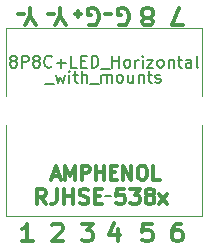
<source format=gbr>
G04 #@! TF.GenerationSoftware,KiCad,Pcbnew,(5.0.2)-1*
G04 #@! TF.CreationDate,2018-12-29T13:39:34-05:00*
G04 #@! TF.ProjectId,8P8C+LED_Horizontal_with_mounts,38503843-2b4c-4454-945f-486f72697a6f,rev?*
G04 #@! TF.SameCoordinates,Original*
G04 #@! TF.FileFunction,Legend,Top*
G04 #@! TF.FilePolarity,Positive*
%FSLAX46Y46*%
G04 Gerber Fmt 4.6, Leading zero omitted, Abs format (unit mm)*
G04 Created by KiCad (PCBNEW (5.0.2)-1) date 12/29/2018 1:39:34 PM*
%MOMM*%
%LPD*%
G01*
G04 APERTURE LIST*
%ADD10C,0.200000*%
%ADD11C,0.300000*%
%ADD12C,0.120000*%
G04 APERTURE END LIST*
D10*
X136120809Y-101639619D02*
X136882714Y-101639619D01*
X137025571Y-100877714D02*
X137216047Y-101544380D01*
X137406523Y-101068190D01*
X137597000Y-101544380D01*
X137787476Y-100877714D01*
X138168428Y-101544380D02*
X138168428Y-100877714D01*
X138168428Y-100544380D02*
X138120809Y-100592000D01*
X138168428Y-100639619D01*
X138216047Y-100592000D01*
X138168428Y-100544380D01*
X138168428Y-100639619D01*
X138501761Y-100877714D02*
X138882714Y-100877714D01*
X138644619Y-100544380D02*
X138644619Y-101401523D01*
X138692238Y-101496761D01*
X138787476Y-101544380D01*
X138882714Y-101544380D01*
X139216047Y-101544380D02*
X139216047Y-100544380D01*
X139644619Y-101544380D02*
X139644619Y-101020571D01*
X139597000Y-100925333D01*
X139501761Y-100877714D01*
X139358904Y-100877714D01*
X139263666Y-100925333D01*
X139216047Y-100972952D01*
X139882714Y-101639619D02*
X140644619Y-101639619D01*
X140882714Y-101544380D02*
X140882714Y-100877714D01*
X140882714Y-100972952D02*
X140930333Y-100925333D01*
X141025571Y-100877714D01*
X141168428Y-100877714D01*
X141263666Y-100925333D01*
X141311285Y-101020571D01*
X141311285Y-101544380D01*
X141311285Y-101020571D02*
X141358904Y-100925333D01*
X141454142Y-100877714D01*
X141597000Y-100877714D01*
X141692238Y-100925333D01*
X141739857Y-101020571D01*
X141739857Y-101544380D01*
X142358904Y-101544380D02*
X142263666Y-101496761D01*
X142216047Y-101449142D01*
X142168428Y-101353904D01*
X142168428Y-101068190D01*
X142216047Y-100972952D01*
X142263666Y-100925333D01*
X142358904Y-100877714D01*
X142501761Y-100877714D01*
X142597000Y-100925333D01*
X142644619Y-100972952D01*
X142692238Y-101068190D01*
X142692238Y-101353904D01*
X142644619Y-101449142D01*
X142597000Y-101496761D01*
X142501761Y-101544380D01*
X142358904Y-101544380D01*
X143549380Y-100877714D02*
X143549380Y-101544380D01*
X143120809Y-100877714D02*
X143120809Y-101401523D01*
X143168428Y-101496761D01*
X143263666Y-101544380D01*
X143406523Y-101544380D01*
X143501761Y-101496761D01*
X143549380Y-101449142D01*
X144025571Y-100877714D02*
X144025571Y-101544380D01*
X144025571Y-100972952D02*
X144073190Y-100925333D01*
X144168428Y-100877714D01*
X144311285Y-100877714D01*
X144406523Y-100925333D01*
X144454142Y-101020571D01*
X144454142Y-101544380D01*
X144787476Y-100877714D02*
X145168428Y-100877714D01*
X144930333Y-100544380D02*
X144930333Y-101401523D01*
X144977952Y-101496761D01*
X145073190Y-101544380D01*
X145168428Y-101544380D01*
X145454142Y-101496761D02*
X145549380Y-101544380D01*
X145739857Y-101544380D01*
X145835095Y-101496761D01*
X145882714Y-101401523D01*
X145882714Y-101353904D01*
X145835095Y-101258666D01*
X145739857Y-101211047D01*
X145597000Y-101211047D01*
X145501761Y-101163428D01*
X145454142Y-101068190D01*
X145454142Y-101020571D01*
X145501761Y-100925333D01*
X145597000Y-100877714D01*
X145739857Y-100877714D01*
X145835095Y-100925333D01*
X133335095Y-99702952D02*
X133239857Y-99655333D01*
X133192238Y-99607714D01*
X133144619Y-99512476D01*
X133144619Y-99464857D01*
X133192238Y-99369619D01*
X133239857Y-99322000D01*
X133335095Y-99274380D01*
X133525571Y-99274380D01*
X133620809Y-99322000D01*
X133668428Y-99369619D01*
X133716047Y-99464857D01*
X133716047Y-99512476D01*
X133668428Y-99607714D01*
X133620809Y-99655333D01*
X133525571Y-99702952D01*
X133335095Y-99702952D01*
X133239857Y-99750571D01*
X133192238Y-99798190D01*
X133144619Y-99893428D01*
X133144619Y-100083904D01*
X133192238Y-100179142D01*
X133239857Y-100226761D01*
X133335095Y-100274380D01*
X133525571Y-100274380D01*
X133620809Y-100226761D01*
X133668428Y-100179142D01*
X133716047Y-100083904D01*
X133716047Y-99893428D01*
X133668428Y-99798190D01*
X133620809Y-99750571D01*
X133525571Y-99702952D01*
X134144619Y-100274380D02*
X134144619Y-99274380D01*
X134525571Y-99274380D01*
X134620809Y-99322000D01*
X134668428Y-99369619D01*
X134716047Y-99464857D01*
X134716047Y-99607714D01*
X134668428Y-99702952D01*
X134620809Y-99750571D01*
X134525571Y-99798190D01*
X134144619Y-99798190D01*
X135287476Y-99702952D02*
X135192238Y-99655333D01*
X135144619Y-99607714D01*
X135097000Y-99512476D01*
X135097000Y-99464857D01*
X135144619Y-99369619D01*
X135192238Y-99322000D01*
X135287476Y-99274380D01*
X135477952Y-99274380D01*
X135573190Y-99322000D01*
X135620809Y-99369619D01*
X135668428Y-99464857D01*
X135668428Y-99512476D01*
X135620809Y-99607714D01*
X135573190Y-99655333D01*
X135477952Y-99702952D01*
X135287476Y-99702952D01*
X135192238Y-99750571D01*
X135144619Y-99798190D01*
X135097000Y-99893428D01*
X135097000Y-100083904D01*
X135144619Y-100179142D01*
X135192238Y-100226761D01*
X135287476Y-100274380D01*
X135477952Y-100274380D01*
X135573190Y-100226761D01*
X135620809Y-100179142D01*
X135668428Y-100083904D01*
X135668428Y-99893428D01*
X135620809Y-99798190D01*
X135573190Y-99750571D01*
X135477952Y-99702952D01*
X136668428Y-100179142D02*
X136620809Y-100226761D01*
X136477952Y-100274380D01*
X136382714Y-100274380D01*
X136239857Y-100226761D01*
X136144619Y-100131523D01*
X136097000Y-100036285D01*
X136049380Y-99845809D01*
X136049380Y-99702952D01*
X136097000Y-99512476D01*
X136144619Y-99417238D01*
X136239857Y-99322000D01*
X136382714Y-99274380D01*
X136477952Y-99274380D01*
X136620809Y-99322000D01*
X136668428Y-99369619D01*
X137097000Y-99893428D02*
X137858904Y-99893428D01*
X137477952Y-100274380D02*
X137477952Y-99512476D01*
X138811285Y-100274380D02*
X138335095Y-100274380D01*
X138335095Y-99274380D01*
X139144619Y-99750571D02*
X139477952Y-99750571D01*
X139620809Y-100274380D02*
X139144619Y-100274380D01*
X139144619Y-99274380D01*
X139620809Y-99274380D01*
X140049380Y-100274380D02*
X140049380Y-99274380D01*
X140287476Y-99274380D01*
X140430333Y-99322000D01*
X140525571Y-99417238D01*
X140573190Y-99512476D01*
X140620809Y-99702952D01*
X140620809Y-99845809D01*
X140573190Y-100036285D01*
X140525571Y-100131523D01*
X140430333Y-100226761D01*
X140287476Y-100274380D01*
X140049380Y-100274380D01*
X140811285Y-100369619D02*
X141573190Y-100369619D01*
X141811285Y-100274380D02*
X141811285Y-99274380D01*
X141811285Y-99750571D02*
X142382714Y-99750571D01*
X142382714Y-100274380D02*
X142382714Y-99274380D01*
X143001761Y-100274380D02*
X142906523Y-100226761D01*
X142858904Y-100179142D01*
X142811285Y-100083904D01*
X142811285Y-99798190D01*
X142858904Y-99702952D01*
X142906523Y-99655333D01*
X143001761Y-99607714D01*
X143144619Y-99607714D01*
X143239857Y-99655333D01*
X143287476Y-99702952D01*
X143335095Y-99798190D01*
X143335095Y-100083904D01*
X143287476Y-100179142D01*
X143239857Y-100226761D01*
X143144619Y-100274380D01*
X143001761Y-100274380D01*
X143763666Y-100274380D02*
X143763666Y-99607714D01*
X143763666Y-99798190D02*
X143811285Y-99702952D01*
X143858904Y-99655333D01*
X143954142Y-99607714D01*
X144049380Y-99607714D01*
X144382714Y-100274380D02*
X144382714Y-99607714D01*
X144382714Y-99274380D02*
X144335095Y-99322000D01*
X144382714Y-99369619D01*
X144430333Y-99322000D01*
X144382714Y-99274380D01*
X144382714Y-99369619D01*
X144763666Y-99607714D02*
X145287476Y-99607714D01*
X144763666Y-100274380D01*
X145287476Y-100274380D01*
X145811285Y-100274380D02*
X145716047Y-100226761D01*
X145668428Y-100179142D01*
X145620809Y-100083904D01*
X145620809Y-99798190D01*
X145668428Y-99702952D01*
X145716047Y-99655333D01*
X145811285Y-99607714D01*
X145954142Y-99607714D01*
X146049380Y-99655333D01*
X146097000Y-99702952D01*
X146144619Y-99798190D01*
X146144619Y-100083904D01*
X146097000Y-100179142D01*
X146049380Y-100226761D01*
X145954142Y-100274380D01*
X145811285Y-100274380D01*
X146573190Y-99607714D02*
X146573190Y-100274380D01*
X146573190Y-99702952D02*
X146620809Y-99655333D01*
X146716047Y-99607714D01*
X146858904Y-99607714D01*
X146954142Y-99655333D01*
X147001761Y-99750571D01*
X147001761Y-100274380D01*
X147335095Y-99607714D02*
X147716047Y-99607714D01*
X147477952Y-99274380D02*
X147477952Y-100131523D01*
X147525571Y-100226761D01*
X147620809Y-100274380D01*
X147716047Y-100274380D01*
X148477952Y-100274380D02*
X148477952Y-99750571D01*
X148430333Y-99655333D01*
X148335095Y-99607714D01*
X148144619Y-99607714D01*
X148049380Y-99655333D01*
X148477952Y-100226761D02*
X148382714Y-100274380D01*
X148144619Y-100274380D01*
X148049380Y-100226761D01*
X148001761Y-100131523D01*
X148001761Y-100036285D01*
X148049380Y-99941047D01*
X148144619Y-99893428D01*
X148382714Y-99893428D01*
X148477952Y-99845809D01*
X149097000Y-100274380D02*
X149001761Y-100226761D01*
X148954142Y-100131523D01*
X148954142Y-99274380D01*
X141224000Y-111125000D02*
X141732000Y-111125000D01*
D11*
X142817238Y-110540095D02*
X142198190Y-110540095D01*
X142136285Y-111159142D01*
X142198190Y-111097238D01*
X142322000Y-111035333D01*
X142631523Y-111035333D01*
X142755333Y-111097238D01*
X142817238Y-111159142D01*
X142879142Y-111282952D01*
X142879142Y-111592476D01*
X142817238Y-111716285D01*
X142755333Y-111778190D01*
X142631523Y-111840095D01*
X142322000Y-111840095D01*
X142198190Y-111778190D01*
X142136285Y-111716285D01*
X143312476Y-110540095D02*
X144117238Y-110540095D01*
X143683904Y-111035333D01*
X143869619Y-111035333D01*
X143993428Y-111097238D01*
X144055333Y-111159142D01*
X144117238Y-111282952D01*
X144117238Y-111592476D01*
X144055333Y-111716285D01*
X143993428Y-111778190D01*
X143869619Y-111840095D01*
X143498190Y-111840095D01*
X143374380Y-111778190D01*
X143312476Y-111716285D01*
X144860095Y-111097238D02*
X144736285Y-111035333D01*
X144674380Y-110973428D01*
X144612476Y-110849619D01*
X144612476Y-110787714D01*
X144674380Y-110663904D01*
X144736285Y-110602000D01*
X144860095Y-110540095D01*
X145107714Y-110540095D01*
X145231523Y-110602000D01*
X145293428Y-110663904D01*
X145355333Y-110787714D01*
X145355333Y-110849619D01*
X145293428Y-110973428D01*
X145231523Y-111035333D01*
X145107714Y-111097238D01*
X144860095Y-111097238D01*
X144736285Y-111159142D01*
X144674380Y-111221047D01*
X144612476Y-111344857D01*
X144612476Y-111592476D01*
X144674380Y-111716285D01*
X144736285Y-111778190D01*
X144860095Y-111840095D01*
X145107714Y-111840095D01*
X145231523Y-111778190D01*
X145293428Y-111716285D01*
X145355333Y-111592476D01*
X145355333Y-111344857D01*
X145293428Y-111221047D01*
X145231523Y-111159142D01*
X145107714Y-111097238D01*
X145788666Y-111840095D02*
X146469619Y-110973428D01*
X145788666Y-110973428D02*
X146469619Y-111840095D01*
X136195047Y-111840095D02*
X135761714Y-111221047D01*
X135452190Y-111840095D02*
X135452190Y-110540095D01*
X135947428Y-110540095D01*
X136071238Y-110602000D01*
X136133142Y-110663904D01*
X136195047Y-110787714D01*
X136195047Y-110973428D01*
X136133142Y-111097238D01*
X136071238Y-111159142D01*
X135947428Y-111221047D01*
X135452190Y-111221047D01*
X137123619Y-110540095D02*
X137123619Y-111468666D01*
X137061714Y-111654380D01*
X136937904Y-111778190D01*
X136752190Y-111840095D01*
X136628380Y-111840095D01*
X137742666Y-111840095D02*
X137742666Y-110540095D01*
X137742666Y-111159142D02*
X138485523Y-111159142D01*
X138485523Y-111840095D02*
X138485523Y-110540095D01*
X139042666Y-111778190D02*
X139228380Y-111840095D01*
X139537904Y-111840095D01*
X139661714Y-111778190D01*
X139723619Y-111716285D01*
X139785523Y-111592476D01*
X139785523Y-111468666D01*
X139723619Y-111344857D01*
X139661714Y-111282952D01*
X139537904Y-111221047D01*
X139290285Y-111159142D01*
X139166476Y-111097238D01*
X139104571Y-111035333D01*
X139042666Y-110911523D01*
X139042666Y-110787714D01*
X139104571Y-110663904D01*
X139166476Y-110602000D01*
X139290285Y-110540095D01*
X139599809Y-110540095D01*
X139785523Y-110602000D01*
X140342666Y-111159142D02*
X140776000Y-111159142D01*
X140961714Y-111840095D02*
X140342666Y-111840095D01*
X140342666Y-110540095D01*
X140961714Y-110540095D01*
X136738285Y-109420000D02*
X137309714Y-109420000D01*
X136624000Y-109762857D02*
X137024000Y-108562857D01*
X137424000Y-109762857D01*
X137824000Y-109762857D02*
X137824000Y-108562857D01*
X138224000Y-109420000D01*
X138624000Y-108562857D01*
X138624000Y-109762857D01*
X139195428Y-109762857D02*
X139195428Y-108562857D01*
X139652571Y-108562857D01*
X139766857Y-108620000D01*
X139824000Y-108677142D01*
X139881142Y-108791428D01*
X139881142Y-108962857D01*
X139824000Y-109077142D01*
X139766857Y-109134285D01*
X139652571Y-109191428D01*
X139195428Y-109191428D01*
X140395428Y-109762857D02*
X140395428Y-108562857D01*
X140395428Y-109134285D02*
X141081142Y-109134285D01*
X141081142Y-109762857D02*
X141081142Y-108562857D01*
X141652571Y-109134285D02*
X142052571Y-109134285D01*
X142224000Y-109762857D02*
X141652571Y-109762857D01*
X141652571Y-108562857D01*
X142224000Y-108562857D01*
X142738285Y-109762857D02*
X142738285Y-108562857D01*
X143424000Y-109762857D01*
X143424000Y-108562857D01*
X144224000Y-108562857D02*
X144452571Y-108562857D01*
X144566857Y-108620000D01*
X144681142Y-108734285D01*
X144738285Y-108962857D01*
X144738285Y-109362857D01*
X144681142Y-109591428D01*
X144566857Y-109705714D01*
X144452571Y-109762857D01*
X144224000Y-109762857D01*
X144109714Y-109705714D01*
X143995428Y-109591428D01*
X143938285Y-109362857D01*
X143938285Y-108962857D01*
X143995428Y-108734285D01*
X144109714Y-108620000D01*
X144224000Y-108562857D01*
X145824000Y-109762857D02*
X145252571Y-109762857D01*
X145252571Y-108562857D01*
X133858000Y-95758000D02*
X134366000Y-95758000D01*
X136398000Y-95758000D02*
X136906000Y-95758000D01*
X138938000Y-96012000D02*
X138938000Y-95504000D01*
X138684000Y-95758000D02*
X139192000Y-95758000D01*
X134874000Y-95920714D02*
X134874000Y-95206428D01*
X135374000Y-96706428D02*
X134874000Y-95920714D01*
X134374000Y-96706428D01*
X137414000Y-95920714D02*
X137414000Y-95206428D01*
X137914000Y-96706428D02*
X137414000Y-95920714D01*
X136914000Y-96706428D01*
X141224000Y-95758000D02*
X141732000Y-95758000D01*
X139815142Y-96635000D02*
X139958000Y-96706428D01*
X140172285Y-96706428D01*
X140386571Y-96635000D01*
X140529428Y-96492142D01*
X140600857Y-96349285D01*
X140672285Y-96063571D01*
X140672285Y-95849285D01*
X140600857Y-95563571D01*
X140529428Y-95420714D01*
X140386571Y-95277857D01*
X140172285Y-95206428D01*
X140029428Y-95206428D01*
X139815142Y-95277857D01*
X139743714Y-95349285D01*
X139743714Y-95849285D01*
X140029428Y-95849285D01*
X142355142Y-96635000D02*
X142498000Y-96706428D01*
X142712285Y-96706428D01*
X142926571Y-96635000D01*
X143069428Y-96492142D01*
X143140857Y-96349285D01*
X143212285Y-96063571D01*
X143212285Y-95849285D01*
X143140857Y-95563571D01*
X143069428Y-95420714D01*
X142926571Y-95277857D01*
X142712285Y-95206428D01*
X142569428Y-95206428D01*
X142355142Y-95277857D01*
X142283714Y-95349285D01*
X142283714Y-95849285D01*
X142569428Y-95849285D01*
X144922857Y-96063571D02*
X145065714Y-96135000D01*
X145137142Y-96206428D01*
X145208571Y-96349285D01*
X145208571Y-96420714D01*
X145137142Y-96563571D01*
X145065714Y-96635000D01*
X144922857Y-96706428D01*
X144637142Y-96706428D01*
X144494285Y-96635000D01*
X144422857Y-96563571D01*
X144351428Y-96420714D01*
X144351428Y-96349285D01*
X144422857Y-96206428D01*
X144494285Y-96135000D01*
X144637142Y-96063571D01*
X144922857Y-96063571D01*
X145065714Y-95992142D01*
X145137142Y-95920714D01*
X145208571Y-95777857D01*
X145208571Y-95492142D01*
X145137142Y-95349285D01*
X145065714Y-95277857D01*
X144922857Y-95206428D01*
X144637142Y-95206428D01*
X144494285Y-95277857D01*
X144422857Y-95349285D01*
X144351428Y-95492142D01*
X144351428Y-95777857D01*
X144422857Y-95920714D01*
X144494285Y-95992142D01*
X144637142Y-96063571D01*
X147820000Y-96706428D02*
X146820000Y-96706428D01*
X147462857Y-95206428D01*
X147605714Y-113478571D02*
X147320000Y-113478571D01*
X147177142Y-113550000D01*
X147105714Y-113621428D01*
X146962857Y-113835714D01*
X146891428Y-114121428D01*
X146891428Y-114692857D01*
X146962857Y-114835714D01*
X147034285Y-114907142D01*
X147177142Y-114978571D01*
X147462857Y-114978571D01*
X147605714Y-114907142D01*
X147677142Y-114835714D01*
X147748571Y-114692857D01*
X147748571Y-114335714D01*
X147677142Y-114192857D01*
X147605714Y-114121428D01*
X147462857Y-114050000D01*
X147177142Y-114050000D01*
X147034285Y-114121428D01*
X146962857Y-114192857D01*
X146891428Y-114335714D01*
X145137142Y-113478571D02*
X144422857Y-113478571D01*
X144351428Y-114192857D01*
X144422857Y-114121428D01*
X144565714Y-114050000D01*
X144922857Y-114050000D01*
X145065714Y-114121428D01*
X145137142Y-114192857D01*
X145208571Y-114335714D01*
X145208571Y-114692857D01*
X145137142Y-114835714D01*
X145065714Y-114907142D01*
X144922857Y-114978571D01*
X144565714Y-114978571D01*
X144422857Y-114907142D01*
X144351428Y-114835714D01*
X142271714Y-113978571D02*
X142271714Y-114978571D01*
X141914571Y-113407142D02*
X141557428Y-114478571D01*
X142486000Y-114478571D01*
X139200000Y-113478571D02*
X140128571Y-113478571D01*
X139628571Y-114050000D01*
X139842857Y-114050000D01*
X139985714Y-114121428D01*
X140057142Y-114192857D01*
X140128571Y-114335714D01*
X140128571Y-114692857D01*
X140057142Y-114835714D01*
X139985714Y-114907142D01*
X139842857Y-114978571D01*
X139414285Y-114978571D01*
X139271428Y-114907142D01*
X139200000Y-114835714D01*
X136731428Y-113621428D02*
X136802857Y-113550000D01*
X136945714Y-113478571D01*
X137302857Y-113478571D01*
X137445714Y-113550000D01*
X137517142Y-113621428D01*
X137588571Y-113764285D01*
X137588571Y-113907142D01*
X137517142Y-114121428D01*
X136660000Y-114978571D01*
X137588571Y-114978571D01*
X135048571Y-114978571D02*
X134191428Y-114978571D01*
X134620000Y-114978571D02*
X134620000Y-113478571D01*
X134477142Y-113692857D01*
X134334285Y-113835714D01*
X134191428Y-113907142D01*
D12*
G04 #@! TO.C,J1*
X132773000Y-96960000D02*
X132773000Y-102635000D01*
X149413000Y-96960000D02*
X149413000Y-102635000D01*
X149413000Y-96960000D02*
X132773000Y-96960000D01*
X132773000Y-112840000D02*
X132773000Y-105135000D01*
X149413000Y-112840000D02*
X149413000Y-105135000D01*
X149413000Y-112840000D02*
X132773000Y-112840000D01*
G04 #@! TD*
M02*

</source>
